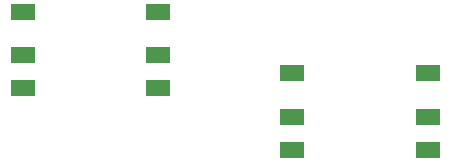
<source format=gbr>
%TF.GenerationSoftware,KiCad,Pcbnew,8.0.2*%
%TF.CreationDate,2025-04-19T09:34:17+08:00*%
%TF.ProjectId,ternel_handel,7465726e-656c-45f6-9861-6e64656c2e6b,rev?*%
%TF.SameCoordinates,PX5636500PY71de640*%
%TF.FileFunction,Paste,Bot*%
%TF.FilePolarity,Positive*%
%FSLAX46Y46*%
G04 Gerber Fmt 4.6, Leading zero omitted, Abs format (unit mm)*
G04 Created by KiCad (PCBNEW 8.0.2) date 2025-04-19 09:34:17*
%MOMM*%
%LPD*%
G01*
G04 APERTURE LIST*
%ADD10R,2.000000X1.400000*%
G04 APERTURE END LIST*
D10*
%TO.C,SW3*%
X46616000Y24356068D03*
X46616000Y20656068D03*
X46616000Y17856068D03*
X35154000Y17856068D03*
X35154000Y20656068D03*
X35154000Y24356068D03*
%TD*%
%TO.C,SW4*%
X23776000Y29556068D03*
X23776000Y25856068D03*
X23776000Y23056068D03*
X12314000Y23056068D03*
X12314000Y25856068D03*
X12314000Y29556068D03*
%TD*%
M02*

</source>
